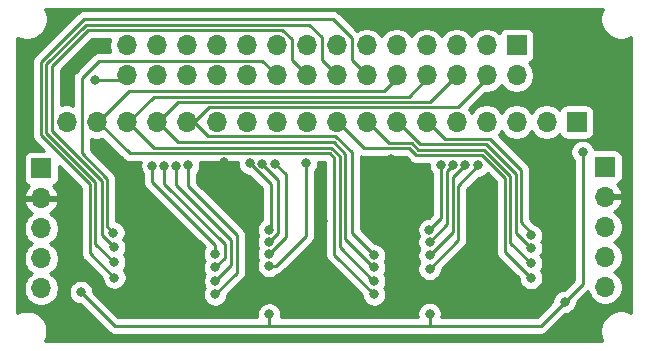
<source format=gbr>
%TF.GenerationSoftware,KiCad,Pcbnew,(5.1.9)-1*%
%TF.CreationDate,2021-11-30T02:18:12+09:00*%
%TF.ProjectId,joystick-input,6a6f7973-7469-4636-9b2d-696e7075742e,rev?*%
%TF.SameCoordinates,Original*%
%TF.FileFunction,Copper,L2,Bot*%
%TF.FilePolarity,Positive*%
%FSLAX46Y46*%
G04 Gerber Fmt 4.6, Leading zero omitted, Abs format (unit mm)*
G04 Created by KiCad (PCBNEW (5.1.9)-1) date 2021-11-30 02:18:12*
%MOMM*%
%LPD*%
G01*
G04 APERTURE LIST*
%TA.AperFunction,ComponentPad*%
%ADD10O,1.700000X1.700000*%
%TD*%
%TA.AperFunction,ComponentPad*%
%ADD11R,1.700000X1.700000*%
%TD*%
%TA.AperFunction,ViaPad*%
%ADD12C,0.800000*%
%TD*%
%TA.AperFunction,Conductor*%
%ADD13C,0.250000*%
%TD*%
%TA.AperFunction,Conductor*%
%ADD14C,0.254000*%
%TD*%
%TA.AperFunction,Conductor*%
%ADD15C,0.100000*%
%TD*%
G04 APERTURE END LIST*
D10*
%TO.P,OUT1,5*%
%TO.N,/D_OUT*%
X162306000Y-91948000D03*
%TO.P,OUT1,4*%
%TO.N,/CLK*%
X162306000Y-89408000D03*
%TO.P,OUT1,3*%
%TO.N,/LOAD*%
X162306000Y-86868000D03*
%TO.P,OUT1,2*%
%TO.N,GND*%
X162306000Y-84328000D03*
D11*
%TO.P,OUT1,1*%
%TO.N,VCC*%
X162306000Y-81788000D03*
%TD*%
D10*
%TO.P,IN1,5*%
%TO.N,/D_IN*%
X114554000Y-92075000D03*
%TO.P,IN1,4*%
%TO.N,/CLK*%
X114554000Y-89535000D03*
%TO.P,IN1,3*%
%TO.N,/LOAD*%
X114554000Y-86995000D03*
%TO.P,IN1,2*%
%TO.N,GND*%
X114554000Y-84455000D03*
D11*
%TO.P,IN1,1*%
%TO.N,VCC*%
X114554000Y-81915000D03*
%TD*%
D10*
%TO.P,J1,18*%
%TO.N,/C_SHORT*%
X116713000Y-77978000D03*
%TO.P,J1,17*%
%TO.N,/C_P2_RIGHT*%
X119253000Y-77978000D03*
%TO.P,J1,16*%
%TO.N,/C_P2_LEFT*%
X121793000Y-77978000D03*
%TO.P,J1,15*%
%TO.N,/C_P2_DOWN*%
X124333000Y-77978000D03*
%TO.P,J1,14*%
%TO.N,/C_P2_UP*%
X126873000Y-77978000D03*
%TO.P,J1,13*%
%TO.N,/C_P1_R*%
X129413000Y-77978000D03*
%TO.P,J1,12*%
%TO.N,/C_P1_L*%
X131953000Y-77978000D03*
%TO.P,J1,11*%
%TO.N,/C_P1_Y*%
X134493000Y-77978000D03*
%TO.P,J1,10*%
%TO.N,/C_P1_X*%
X137033000Y-77978000D03*
%TO.P,J1,9*%
%TO.N,/C_P1_B*%
X139573000Y-77978000D03*
%TO.P,J1,8*%
%TO.N,/C_P1_A*%
X142113000Y-77978000D03*
%TO.P,J1,7*%
%TO.N,/C_P1_SELECT*%
X144653000Y-77978000D03*
%TO.P,J1,6*%
%TO.N,/C_P1_START*%
X147193000Y-77978000D03*
%TO.P,J1,5*%
%TO.N,/C_P1_RIGHT*%
X149733000Y-77978000D03*
%TO.P,J1,4*%
%TO.N,/C_P1_LEFT*%
X152273000Y-77978000D03*
%TO.P,J1,3*%
%TO.N,/C_P1_DOWN*%
X154813000Y-77978000D03*
%TO.P,J1,2*%
%TO.N,/C_P1_UP*%
X157353000Y-77978000D03*
D11*
%TO.P,J1,1*%
%TO.N,/C_SHORT*%
X159893000Y-77978000D03*
%TD*%
D10*
%TO.P,J2,28*%
%TO.N,/C_SHORT*%
X121793000Y-74041000D03*
%TO.P,J2,27*%
X121793000Y-71501000D03*
%TO.P,J2,26*%
%TO.N,/C_P2_R*%
X124333000Y-74041000D03*
%TO.P,J2,25*%
%TO.N,/C_P1_R*%
X124333000Y-71501000D03*
%TO.P,J2,24*%
%TO.N,/C_P2_L*%
X126873000Y-74041000D03*
%TO.P,J2,23*%
%TO.N,/C_P1_L*%
X126873000Y-71501000D03*
%TO.P,J2,22*%
%TO.N,/C_P2_Y*%
X129413000Y-74041000D03*
%TO.P,J2,21*%
%TO.N,/C_P1_Y*%
X129413000Y-71501000D03*
%TO.P,J2,20*%
%TO.N,/C_P2_X*%
X131953000Y-74041000D03*
%TO.P,J2,19*%
%TO.N,/C_P1_X*%
X131953000Y-71501000D03*
%TO.P,J2,18*%
%TO.N,/C_P2_B*%
X134493000Y-74041000D03*
%TO.P,J2,17*%
%TO.N,/C_P1_B*%
X134493000Y-71501000D03*
%TO.P,J2,16*%
%TO.N,/C_P2_A*%
X137033000Y-74041000D03*
%TO.P,J2,15*%
%TO.N,/C_P1_A*%
X137033000Y-71501000D03*
%TO.P,J2,14*%
%TO.N,/C_P2_SELECT*%
X139573000Y-74041000D03*
%TO.P,J2,13*%
%TO.N,/C_P1_SELECT*%
X139573000Y-71501000D03*
%TO.P,J2,12*%
%TO.N,/C_P2_START*%
X142113000Y-74041000D03*
%TO.P,J2,11*%
%TO.N,/C_P1_START*%
X142113000Y-71501000D03*
%TO.P,J2,10*%
%TO.N,/C_P2_RIGHT*%
X144653000Y-74041000D03*
%TO.P,J2,9*%
%TO.N,/C_P1_RIGHT*%
X144653000Y-71501000D03*
%TO.P,J2,8*%
%TO.N,/C_P2_LEFT*%
X147193000Y-74041000D03*
%TO.P,J2,7*%
%TO.N,/C_P1_LEFT*%
X147193000Y-71501000D03*
%TO.P,J2,6*%
%TO.N,/C_P2_DOWN*%
X149733000Y-74041000D03*
%TO.P,J2,5*%
%TO.N,/C_P1_DOWN*%
X149733000Y-71501000D03*
%TO.P,J2,4*%
%TO.N,/C_P2_UP*%
X152273000Y-74041000D03*
%TO.P,J2,3*%
%TO.N,/C_P1_UP*%
X152273000Y-71501000D03*
%TO.P,J2,2*%
%TO.N,/C_SHORT*%
X154813000Y-74041000D03*
D11*
%TO.P,J2,1*%
X154813000Y-71501000D03*
%TD*%
D12*
%TO.N,/PULL*%
X117919512Y-92392500D03*
X158877003Y-93218003D03*
X160401000Y-80518004D03*
X133858000Y-94270990D03*
X147447000Y-94234000D03*
%TO.N,GND*%
X146558000Y-84264500D03*
X151701500Y-91376500D03*
X138239500Y-90868500D03*
X124777500Y-90868500D03*
X132588000Y-84328000D03*
X124714000Y-86360000D03*
X138430000Y-86360000D03*
X151892000Y-86360000D03*
X118364000Y-72136000D03*
X156972000Y-92964000D03*
X159131000Y-81661000D03*
X156337000Y-81026000D03*
X144145000Y-81153000D03*
X130048000Y-81407000D03*
%TO.N,/C_P1_START*%
X156046794Y-87584475D03*
%TO.N,/C_P1_SELECT*%
X156013480Y-88645980D03*
%TO.N,/C_P1_A*%
X156019504Y-89915996D03*
%TO.N,/C_P1_B*%
X156019500Y-91186000D03*
%TO.N,/C_P1_UP*%
X151576711Y-81661016D03*
X147446996Y-90424000D03*
%TO.N,/C_P1_DOWN*%
X150459696Y-81625696D03*
X147446998Y-89281000D03*
%TO.N,/C_P1_LEFT*%
X149451486Y-81608586D03*
X147447000Y-88138000D03*
%TO.N,/C_P1_RIGHT*%
X148417392Y-81619219D03*
X147438850Y-87104530D03*
%TO.N,/C_P1_X*%
X133858000Y-90170000D03*
X136969500Y-81470500D03*
%TO.N,/C_P1_Y*%
X133862660Y-89149340D03*
X134366000Y-81533980D03*
%TO.N,/C_P1_L*%
X133862660Y-88124020D03*
X133264569Y-81502767D03*
%TO.N,/C_P1_R*%
X133862660Y-87098701D03*
X132224066Y-81487583D03*
%TO.N,/C_P2_START*%
X120751600Y-91160600D03*
%TO.N,/C_P2_SELECT*%
X120713500Y-89852500D03*
%TO.N,/C_P2_A*%
X120713500Y-88582500D03*
%TO.N,/C_P2_B*%
X120675400Y-87350600D03*
%TO.N,/C_P2_UP*%
X142748000Y-89281012D03*
%TO.N,/C_P2_DOWN*%
X142748000Y-90297010D03*
%TO.N,/C_P2_LEFT*%
X142748000Y-91440000D03*
%TO.N,/C_P2_RIGHT*%
X142748004Y-92583000D03*
%TO.N,/C_P2_X*%
X129286000Y-89153988D03*
X123973210Y-81685296D03*
%TO.N,/C_P2_Y*%
X129286000Y-90296990D03*
X124973174Y-81675493D03*
%TO.N,/C_P2_L*%
X129303820Y-91439990D03*
X125979340Y-81665660D03*
%TO.N,/C_P2_R*%
X129285994Y-92583000D03*
X127000000Y-81661000D03*
%TO.N,/C_SHORT*%
X119126000Y-74422000D03*
%TD*%
D13*
%TO.N,/PULL*%
X158115006Y-93980000D02*
X158877003Y-93218003D01*
X156845006Y-95250000D02*
X158115006Y-93980000D01*
X149352000Y-95250000D02*
X156845006Y-95250000D01*
X141224000Y-95250000D02*
X149352000Y-95250000D01*
X120777012Y-95250000D02*
X141224000Y-95250000D01*
X117919512Y-92392500D02*
X120777012Y-95250000D01*
X160401000Y-91694006D02*
X160401000Y-80518004D01*
X158877003Y-93218003D02*
X160401000Y-91694006D01*
X133858000Y-95250000D02*
X133858000Y-94270990D01*
X132334000Y-95250000D02*
X133858000Y-95250000D01*
X147447000Y-95250000D02*
X147447000Y-94234000D01*
X149352000Y-95250000D02*
X147447000Y-95250000D01*
%TO.N,/C_P1_START*%
X156046794Y-87339794D02*
X156046794Y-87584475D01*
X155194000Y-86487000D02*
X156046794Y-87339794D01*
X155194000Y-82042000D02*
X155194000Y-86487000D01*
X152573967Y-79421967D02*
X155194000Y-82042000D01*
X148763967Y-79421967D02*
X152573967Y-79421967D01*
X147320000Y-77978000D02*
X148763967Y-79421967D01*
%TO.N,/C_P1_SELECT*%
X144780000Y-77978000D02*
X146673978Y-79871978D01*
X154743989Y-87376489D02*
X156013480Y-88645980D01*
X146673978Y-79871978D02*
X152260515Y-79871978D01*
X152260515Y-79871978D02*
X154743989Y-82355452D01*
X154743989Y-82355452D02*
X154743989Y-87376489D01*
%TO.N,/C_P1_A*%
X154293978Y-82541852D02*
X154293978Y-88190470D01*
X154293978Y-88190470D02*
X156019504Y-89915996D01*
X144012489Y-79750489D02*
X145916078Y-79750489D01*
X146487578Y-80321989D02*
X152074115Y-80321989D01*
X152074115Y-80321989D02*
X154293978Y-82541852D01*
X145916078Y-79750489D02*
X146487578Y-80321989D01*
X142240000Y-77978000D02*
X144012489Y-79750489D01*
%TO.N,/C_P1_B*%
X153843967Y-82728252D02*
X153843967Y-89010467D01*
X139700000Y-77978000D02*
X141922500Y-80200500D01*
X153843967Y-89010467D02*
X156019500Y-91186000D01*
X141922500Y-80200500D02*
X145729678Y-80200500D01*
X151924713Y-80808998D02*
X153843967Y-82728252D01*
X146338176Y-80808998D02*
X151924713Y-80808998D01*
X145729678Y-80200500D02*
X146338176Y-80808998D01*
%TO.N,/C_P1_UP*%
X149860000Y-83377727D02*
X149860000Y-88010996D01*
X151576711Y-81661016D02*
X149860000Y-83377727D01*
X149860000Y-88010996D02*
X147446996Y-90424000D01*
%TO.N,/C_P1_DOWN*%
X150459696Y-81625696D02*
X149409989Y-82675403D01*
X149409989Y-82675403D02*
X149409989Y-87318009D01*
X149409989Y-87318009D02*
X147446998Y-89281000D01*
%TO.N,/C_P1_LEFT*%
X148959978Y-82100094D02*
X148959978Y-86625022D01*
X148959978Y-86625022D02*
X147447000Y-88138000D01*
X149451486Y-81608586D02*
X148959978Y-82100094D01*
%TO.N,/C_P1_RIGHT*%
X148417392Y-86125988D02*
X147438850Y-87104530D01*
X148417392Y-81619219D02*
X148417392Y-86125988D01*
%TO.N,/C_P1_X*%
X134423685Y-90170000D02*
X133858000Y-90170000D01*
X136969500Y-87624185D02*
X134423685Y-90170000D01*
X136969500Y-81470500D02*
X136969500Y-87624185D01*
%TO.N,/C_P1_Y*%
X135255000Y-82422980D02*
X134366000Y-81533980D01*
X133862660Y-89149340D02*
X135255000Y-87757000D01*
X135255000Y-87757000D02*
X135255000Y-82422980D01*
%TO.N,/C_P1_L*%
X134620000Y-82858198D02*
X133264569Y-81502767D01*
X133862660Y-88124020D02*
X134620000Y-87366680D01*
X134620000Y-87366680D02*
X134620000Y-82858198D01*
%TO.N,/C_P1_R*%
X133985000Y-86976361D02*
X133985000Y-83248517D01*
X133862660Y-87098701D02*
X133985000Y-86976361D01*
X133985000Y-83248517D02*
X132224066Y-81487583D01*
%TO.N,/C_P2_START*%
X118681500Y-83248500D02*
X118681500Y-89090500D01*
X118681500Y-89090500D02*
X120751600Y-91160600D01*
X114554000Y-79121000D02*
X118681500Y-83248500D01*
X114554000Y-72898000D02*
X114554000Y-79121000D01*
X139279500Y-69278500D02*
X118173500Y-69278500D01*
X140843000Y-70842000D02*
X139279500Y-69278500D01*
X118173500Y-69278500D02*
X114554000Y-72898000D01*
X140843000Y-72771000D02*
X140843000Y-70842000D01*
X142113000Y-74041000D02*
X140843000Y-72771000D01*
%TO.N,/C_P2_SELECT*%
X119131511Y-83062100D02*
X119131511Y-88270511D01*
X138303000Y-70821999D02*
X137209512Y-69728511D01*
X119131511Y-88270511D02*
X120713500Y-89852500D01*
X138303000Y-72771000D02*
X138303000Y-70821999D01*
X118359899Y-69728511D02*
X115004011Y-73084399D01*
X137209512Y-69728511D02*
X118359899Y-69728511D01*
X139573000Y-74041000D02*
X138303000Y-72771000D01*
X115004011Y-73084399D02*
X115004011Y-78934600D01*
X115004011Y-78934600D02*
X119131511Y-83062100D01*
%TO.N,/C_P2_A*%
X135763000Y-70948999D02*
X134992523Y-70178522D01*
X119691989Y-87560989D02*
X120713500Y-88582500D01*
X115454022Y-78748200D02*
X119691989Y-82986167D01*
X115454022Y-73270798D02*
X115454022Y-78748200D01*
X119691989Y-82986167D02*
X119691989Y-87560989D01*
X118546298Y-70178522D02*
X115454022Y-73270798D01*
X134992523Y-70178522D02*
X118546298Y-70178522D01*
X135763000Y-72771000D02*
X135763000Y-70948999D01*
X137033000Y-74041000D02*
X135763000Y-72771000D01*
%TO.N,/C_P2_B*%
X120142000Y-82784141D02*
X120142000Y-86817200D01*
X117999533Y-80641674D02*
X120142000Y-82784141D01*
X120142000Y-86817200D02*
X120675400Y-87350600D01*
X134493000Y-74041000D02*
X133286500Y-72834500D01*
X133286500Y-72834500D02*
X119443500Y-72834500D01*
X119443500Y-72834500D02*
X117999533Y-74278467D01*
X117999533Y-74278467D02*
X117999533Y-80641674D01*
%TO.N,/C_P2_UP*%
X140843000Y-87376012D02*
X142748000Y-89281012D01*
X140843000Y-80518000D02*
X140843000Y-87376012D01*
X139478001Y-79153001D02*
X140843000Y-80518000D01*
X128674244Y-79153001D02*
X139478001Y-79153001D01*
X127499243Y-77978000D02*
X128674244Y-79153001D01*
X128752710Y-76724533D02*
X127499243Y-77978000D01*
X149843467Y-76724533D02*
X128752710Y-76724533D01*
X152273000Y-74295000D02*
X149843467Y-76724533D01*
%TO.N,/C_P2_DOWN*%
X149733000Y-74041000D02*
X147499478Y-76274522D01*
X147499478Y-76274522D02*
X126163478Y-76274522D01*
X142691006Y-90297010D02*
X142748000Y-90297010D01*
X124460000Y-77978000D02*
X126174500Y-79692500D01*
X140281599Y-80658781D02*
X140281599Y-87887603D01*
X126174500Y-79692500D02*
X139315318Y-79692500D01*
X126163478Y-76274522D02*
X124460000Y-77978000D01*
X139315318Y-79692500D02*
X140281599Y-80658781D01*
X140281599Y-87887603D02*
X142691006Y-90297010D01*
%TO.N,/C_P2_LEFT*%
X142748000Y-91440000D02*
X142657990Y-91349990D01*
X124073489Y-75824511D02*
X121920000Y-77978000D01*
X121920000Y-77978000D02*
X124084511Y-80142511D01*
X147193000Y-74295000D02*
X145663489Y-75824511D01*
X124084511Y-80142511D02*
X139128917Y-80142511D01*
X142690996Y-91440000D02*
X142748000Y-91440000D01*
X139831588Y-88580592D02*
X142690996Y-91440000D01*
X139831588Y-80845182D02*
X139831588Y-88580592D01*
X139128917Y-80142511D02*
X139831588Y-80845182D01*
X145663489Y-75824511D02*
X124073489Y-75824511D01*
%TO.N,/C_P2_RIGHT*%
X144653000Y-74295000D02*
X143573500Y-75374500D01*
X143573500Y-75374500D02*
X121983500Y-75374500D01*
X119380000Y-77978000D02*
X122047000Y-80645000D01*
X121983500Y-75374500D02*
X119380000Y-77978000D01*
X122047000Y-80645000D02*
X138994994Y-80645000D01*
X138994994Y-80645000D02*
X139381577Y-81031583D01*
X139381577Y-81031583D02*
X139381577Y-89216573D01*
X139381577Y-89216573D02*
X142748004Y-92583000D01*
%TO.N,/C_P2_X*%
X123973210Y-83079210D02*
X123973210Y-81685296D01*
X129286000Y-88392000D02*
X123973210Y-83079210D01*
X129286000Y-89153988D02*
X129286000Y-88392000D01*
%TO.N,/C_P2_Y*%
X124973174Y-83190174D02*
X124973174Y-81675493D01*
X130085387Y-88302387D02*
X124973174Y-83190174D01*
X130085387Y-89497603D02*
X130085387Y-88302387D01*
X129286000Y-90296990D02*
X130085387Y-89497603D01*
%TO.N,/C_P2_L*%
X125984000Y-81670320D02*
X125979340Y-81665660D01*
X125984000Y-83312000D02*
X125984000Y-81670320D01*
X130667762Y-87995762D02*
X125984000Y-83312000D01*
X130667762Y-90076048D02*
X130667762Y-87995762D01*
X129303820Y-91439990D02*
X130667762Y-90076048D01*
%TO.N,/C_P2_R*%
X127000000Y-83439000D02*
X127000000Y-81661000D01*
X131117773Y-87556773D02*
X127000000Y-83439000D01*
X131117773Y-90751221D02*
X131117773Y-87556773D01*
X129285994Y-92583000D02*
X131117773Y-90751221D01*
%TO.N,/C_SHORT*%
X121793000Y-71755000D02*
X121158000Y-71120000D01*
X121412000Y-74422000D02*
X121793000Y-74041000D01*
X119126000Y-74422000D02*
X121412000Y-74422000D01*
%TD*%
D14*
%TO.N,GND*%
X162099665Y-68455441D02*
X161968682Y-68771663D01*
X161901907Y-69107362D01*
X161901907Y-69449638D01*
X161968682Y-69785337D01*
X162099665Y-70101559D01*
X162289824Y-70386151D01*
X162531849Y-70628176D01*
X162816441Y-70818335D01*
X163132663Y-70949318D01*
X163468362Y-71016093D01*
X163810638Y-71016093D01*
X164146337Y-70949318D01*
X164462559Y-70818335D01*
X164478500Y-70807683D01*
X164478501Y-94127892D01*
X164477299Y-94127089D01*
X164155414Y-93993760D01*
X163813703Y-93925789D01*
X163465297Y-93925789D01*
X163123586Y-93993760D01*
X162801701Y-94127089D01*
X162512012Y-94320652D01*
X162265652Y-94567012D01*
X162072089Y-94856701D01*
X161938760Y-95178586D01*
X161870789Y-95520297D01*
X161870789Y-95868703D01*
X161938760Y-96210414D01*
X162072089Y-96532299D01*
X162072891Y-96533500D01*
X114876684Y-96533500D01*
X114887335Y-96517559D01*
X115018318Y-96201337D01*
X115085093Y-95865638D01*
X115085093Y-95523362D01*
X115018318Y-95187663D01*
X114887335Y-94871441D01*
X114697176Y-94586849D01*
X114455151Y-94344824D01*
X114170559Y-94154665D01*
X113854337Y-94023682D01*
X113518638Y-93956907D01*
X113176362Y-93956907D01*
X112840663Y-94023682D01*
X112524441Y-94154665D01*
X112508500Y-94165316D01*
X112508500Y-86848740D01*
X113069000Y-86848740D01*
X113069000Y-87141260D01*
X113126068Y-87428158D01*
X113238010Y-87698411D01*
X113400525Y-87941632D01*
X113607368Y-88148475D01*
X113781760Y-88265000D01*
X113607368Y-88381525D01*
X113400525Y-88588368D01*
X113238010Y-88831589D01*
X113126068Y-89101842D01*
X113069000Y-89388740D01*
X113069000Y-89681260D01*
X113126068Y-89968158D01*
X113238010Y-90238411D01*
X113400525Y-90481632D01*
X113607368Y-90688475D01*
X113781760Y-90805000D01*
X113607368Y-90921525D01*
X113400525Y-91128368D01*
X113238010Y-91371589D01*
X113126068Y-91641842D01*
X113069000Y-91928740D01*
X113069000Y-92221260D01*
X113126068Y-92508158D01*
X113238010Y-92778411D01*
X113400525Y-93021632D01*
X113607368Y-93228475D01*
X113850589Y-93390990D01*
X114120842Y-93502932D01*
X114407740Y-93560000D01*
X114700260Y-93560000D01*
X114987158Y-93502932D01*
X115257411Y-93390990D01*
X115500632Y-93228475D01*
X115707475Y-93021632D01*
X115869990Y-92778411D01*
X115981932Y-92508158D01*
X116025215Y-92290561D01*
X116884512Y-92290561D01*
X116884512Y-92494439D01*
X116924286Y-92694398D01*
X117002307Y-92882756D01*
X117115575Y-93052274D01*
X117259738Y-93196437D01*
X117429256Y-93309705D01*
X117617614Y-93387726D01*
X117817573Y-93427500D01*
X117879711Y-93427500D01*
X120213213Y-95761003D01*
X120237011Y-95790001D01*
X120352736Y-95884974D01*
X120484765Y-95955546D01*
X120628026Y-95999003D01*
X120739679Y-96010000D01*
X120739688Y-96010000D01*
X120777011Y-96013676D01*
X120814334Y-96010000D01*
X133820667Y-96010000D01*
X133858000Y-96013677D01*
X133895333Y-96010000D01*
X147409667Y-96010000D01*
X147447000Y-96013677D01*
X147484333Y-96010000D01*
X156807684Y-96010000D01*
X156845006Y-96013676D01*
X156882328Y-96010000D01*
X156882339Y-96010000D01*
X156993992Y-95999003D01*
X157137253Y-95955546D01*
X157269282Y-95884974D01*
X157385007Y-95790001D01*
X157408810Y-95760997D01*
X158678805Y-94491003D01*
X158678809Y-94490998D01*
X158916805Y-94253003D01*
X158978942Y-94253003D01*
X159178901Y-94213229D01*
X159367259Y-94135208D01*
X159536777Y-94021940D01*
X159680940Y-93877777D01*
X159794208Y-93708259D01*
X159872229Y-93519901D01*
X159912003Y-93319942D01*
X159912003Y-93257804D01*
X160863232Y-92306575D01*
X160878068Y-92381158D01*
X160990010Y-92651411D01*
X161152525Y-92894632D01*
X161359368Y-93101475D01*
X161602589Y-93263990D01*
X161872842Y-93375932D01*
X162159740Y-93433000D01*
X162452260Y-93433000D01*
X162739158Y-93375932D01*
X163009411Y-93263990D01*
X163252632Y-93101475D01*
X163459475Y-92894632D01*
X163621990Y-92651411D01*
X163733932Y-92381158D01*
X163791000Y-92094260D01*
X163791000Y-91801740D01*
X163733932Y-91514842D01*
X163621990Y-91244589D01*
X163459475Y-91001368D01*
X163252632Y-90794525D01*
X163078240Y-90678000D01*
X163252632Y-90561475D01*
X163459475Y-90354632D01*
X163621990Y-90111411D01*
X163733932Y-89841158D01*
X163791000Y-89554260D01*
X163791000Y-89261740D01*
X163733932Y-88974842D01*
X163621990Y-88704589D01*
X163459475Y-88461368D01*
X163252632Y-88254525D01*
X163078240Y-88138000D01*
X163252632Y-88021475D01*
X163459475Y-87814632D01*
X163621990Y-87571411D01*
X163733932Y-87301158D01*
X163791000Y-87014260D01*
X163791000Y-86721740D01*
X163733932Y-86434842D01*
X163621990Y-86164589D01*
X163459475Y-85921368D01*
X163252632Y-85714525D01*
X163070466Y-85592805D01*
X163187355Y-85523178D01*
X163403588Y-85328269D01*
X163577641Y-85094920D01*
X163702825Y-84832099D01*
X163747476Y-84684890D01*
X163626155Y-84455000D01*
X162433000Y-84455000D01*
X162433000Y-84475000D01*
X162179000Y-84475000D01*
X162179000Y-84455000D01*
X162159000Y-84455000D01*
X162159000Y-84201000D01*
X162179000Y-84201000D01*
X162179000Y-84181000D01*
X162433000Y-84181000D01*
X162433000Y-84201000D01*
X163626155Y-84201000D01*
X163747476Y-83971110D01*
X163702825Y-83823901D01*
X163577641Y-83561080D01*
X163403588Y-83327731D01*
X163319534Y-83251966D01*
X163400180Y-83227502D01*
X163510494Y-83168537D01*
X163607185Y-83089185D01*
X163686537Y-82992494D01*
X163745502Y-82882180D01*
X163781812Y-82762482D01*
X163794072Y-82638000D01*
X163794072Y-80938000D01*
X163781812Y-80813518D01*
X163745502Y-80693820D01*
X163686537Y-80583506D01*
X163607185Y-80486815D01*
X163510494Y-80407463D01*
X163400180Y-80348498D01*
X163280482Y-80312188D01*
X163156000Y-80299928D01*
X161456000Y-80299928D01*
X161413727Y-80304091D01*
X161396226Y-80216106D01*
X161318205Y-80027748D01*
X161204937Y-79858230D01*
X161060774Y-79714067D01*
X160891256Y-79600799D01*
X160702898Y-79522778D01*
X160502939Y-79483004D01*
X160299061Y-79483004D01*
X160099102Y-79522778D01*
X159910744Y-79600799D01*
X159741226Y-79714067D01*
X159597063Y-79858230D01*
X159483795Y-80027748D01*
X159405774Y-80216106D01*
X159366000Y-80416065D01*
X159366000Y-80619943D01*
X159405774Y-80819902D01*
X159483795Y-81008260D01*
X159597063Y-81177778D01*
X159641001Y-81221716D01*
X159641000Y-91379204D01*
X158837202Y-92183003D01*
X158775064Y-92183003D01*
X158575105Y-92222777D01*
X158386747Y-92300798D01*
X158217229Y-92414066D01*
X158073066Y-92558229D01*
X157959798Y-92727747D01*
X157881777Y-92916105D01*
X157842003Y-93116064D01*
X157842003Y-93178201D01*
X157604008Y-93416197D01*
X157604003Y-93416201D01*
X156530205Y-94490000D01*
X148451356Y-94490000D01*
X148482000Y-94335939D01*
X148482000Y-94132061D01*
X148442226Y-93932102D01*
X148364205Y-93743744D01*
X148250937Y-93574226D01*
X148106774Y-93430063D01*
X147937256Y-93316795D01*
X147748898Y-93238774D01*
X147548939Y-93199000D01*
X147345061Y-93199000D01*
X147145102Y-93238774D01*
X146956744Y-93316795D01*
X146787226Y-93430063D01*
X146643063Y-93574226D01*
X146529795Y-93743744D01*
X146451774Y-93932102D01*
X146412000Y-94132061D01*
X146412000Y-94335939D01*
X146442644Y-94490000D01*
X134869713Y-94490000D01*
X134893000Y-94372929D01*
X134893000Y-94169051D01*
X134853226Y-93969092D01*
X134775205Y-93780734D01*
X134661937Y-93611216D01*
X134517774Y-93467053D01*
X134348256Y-93353785D01*
X134159898Y-93275764D01*
X133959939Y-93235990D01*
X133756061Y-93235990D01*
X133556102Y-93275764D01*
X133367744Y-93353785D01*
X133198226Y-93467053D01*
X133054063Y-93611216D01*
X132940795Y-93780734D01*
X132862774Y-93969092D01*
X132823000Y-94169051D01*
X132823000Y-94372929D01*
X132846287Y-94490000D01*
X121091814Y-94490000D01*
X118954512Y-92352699D01*
X118954512Y-92290561D01*
X118914738Y-92090602D01*
X118836717Y-91902244D01*
X118723449Y-91732726D01*
X118579286Y-91588563D01*
X118409768Y-91475295D01*
X118221410Y-91397274D01*
X118021451Y-91357500D01*
X117817573Y-91357500D01*
X117617614Y-91397274D01*
X117429256Y-91475295D01*
X117259738Y-91588563D01*
X117115575Y-91732726D01*
X117002307Y-91902244D01*
X116924286Y-92090602D01*
X116884512Y-92290561D01*
X116025215Y-92290561D01*
X116039000Y-92221260D01*
X116039000Y-91928740D01*
X115981932Y-91641842D01*
X115869990Y-91371589D01*
X115707475Y-91128368D01*
X115500632Y-90921525D01*
X115326240Y-90805000D01*
X115500632Y-90688475D01*
X115707475Y-90481632D01*
X115869990Y-90238411D01*
X115981932Y-89968158D01*
X116039000Y-89681260D01*
X116039000Y-89388740D01*
X115981932Y-89101842D01*
X115869990Y-88831589D01*
X115707475Y-88588368D01*
X115500632Y-88381525D01*
X115326240Y-88265000D01*
X115500632Y-88148475D01*
X115707475Y-87941632D01*
X115869990Y-87698411D01*
X115981932Y-87428158D01*
X116039000Y-87141260D01*
X116039000Y-86848740D01*
X115981932Y-86561842D01*
X115869990Y-86291589D01*
X115707475Y-86048368D01*
X115500632Y-85841525D01*
X115318466Y-85719805D01*
X115435355Y-85650178D01*
X115651588Y-85455269D01*
X115825641Y-85221920D01*
X115950825Y-84959099D01*
X115995476Y-84811890D01*
X115874155Y-84582000D01*
X114681000Y-84582000D01*
X114681000Y-84602000D01*
X114427000Y-84602000D01*
X114427000Y-84582000D01*
X113233845Y-84582000D01*
X113112524Y-84811890D01*
X113157175Y-84959099D01*
X113282359Y-85221920D01*
X113456412Y-85455269D01*
X113672645Y-85650178D01*
X113789534Y-85719805D01*
X113607368Y-85841525D01*
X113400525Y-86048368D01*
X113238010Y-86291589D01*
X113126068Y-86561842D01*
X113069000Y-86848740D01*
X112508500Y-86848740D01*
X112508500Y-81065000D01*
X113065928Y-81065000D01*
X113065928Y-82765000D01*
X113078188Y-82889482D01*
X113114498Y-83009180D01*
X113173463Y-83119494D01*
X113252815Y-83216185D01*
X113349506Y-83295537D01*
X113459820Y-83354502D01*
X113540466Y-83378966D01*
X113456412Y-83454731D01*
X113282359Y-83688080D01*
X113157175Y-83950901D01*
X113112524Y-84098110D01*
X113233845Y-84328000D01*
X114427000Y-84328000D01*
X114427000Y-84308000D01*
X114681000Y-84308000D01*
X114681000Y-84328000D01*
X115874155Y-84328000D01*
X115995476Y-84098110D01*
X115950825Y-83950901D01*
X115825641Y-83688080D01*
X115651588Y-83454731D01*
X115567534Y-83378966D01*
X115648180Y-83354502D01*
X115758494Y-83295537D01*
X115855185Y-83216185D01*
X115934537Y-83119494D01*
X115993502Y-83009180D01*
X116029812Y-82889482D01*
X116042072Y-82765000D01*
X116042072Y-81683874D01*
X117921500Y-83563303D01*
X117921501Y-89053168D01*
X117917824Y-89090500D01*
X117921501Y-89127833D01*
X117932498Y-89239486D01*
X117945077Y-89280953D01*
X117975954Y-89382746D01*
X118046526Y-89514776D01*
X118098629Y-89578263D01*
X118141500Y-89630501D01*
X118170498Y-89654299D01*
X119716600Y-91200403D01*
X119716600Y-91262539D01*
X119756374Y-91462498D01*
X119834395Y-91650856D01*
X119947663Y-91820374D01*
X120091826Y-91964537D01*
X120261344Y-92077805D01*
X120449702Y-92155826D01*
X120649661Y-92195600D01*
X120853539Y-92195600D01*
X121053498Y-92155826D01*
X121241856Y-92077805D01*
X121411374Y-91964537D01*
X121555537Y-91820374D01*
X121668805Y-91650856D01*
X121746826Y-91462498D01*
X121786600Y-91262539D01*
X121786600Y-91058661D01*
X121746826Y-90858702D01*
X121668805Y-90670344D01*
X121555537Y-90500826D01*
X121537283Y-90482572D01*
X121630705Y-90342756D01*
X121708726Y-90154398D01*
X121748500Y-89954439D01*
X121748500Y-89750561D01*
X121708726Y-89550602D01*
X121630705Y-89362244D01*
X121533990Y-89217500D01*
X121630705Y-89072756D01*
X121708726Y-88884398D01*
X121748500Y-88684439D01*
X121748500Y-88480561D01*
X121708726Y-88280602D01*
X121630705Y-88092244D01*
X121527669Y-87938040D01*
X121592605Y-87840856D01*
X121670626Y-87652498D01*
X121710400Y-87452539D01*
X121710400Y-87248661D01*
X121670626Y-87048702D01*
X121592605Y-86860344D01*
X121479337Y-86690826D01*
X121335174Y-86546663D01*
X121165656Y-86433395D01*
X120977298Y-86355374D01*
X120902000Y-86340396D01*
X120902000Y-82821464D01*
X120905676Y-82784141D01*
X120902000Y-82746818D01*
X120902000Y-82746808D01*
X120891003Y-82635155D01*
X120847546Y-82491894D01*
X120817672Y-82436005D01*
X120776974Y-82359864D01*
X120705799Y-82273138D01*
X120682001Y-82244140D01*
X120653004Y-82220343D01*
X118759533Y-80326873D01*
X118759533Y-79380951D01*
X118819842Y-79405932D01*
X119106740Y-79463000D01*
X119399260Y-79463000D01*
X119686158Y-79405932D01*
X119719373Y-79392174D01*
X121483200Y-81156002D01*
X121506999Y-81185001D01*
X121535997Y-81208799D01*
X121622724Y-81279974D01*
X121754753Y-81350546D01*
X121898014Y-81394003D01*
X122047000Y-81408677D01*
X122084333Y-81405000D01*
X122973687Y-81405000D01*
X122938210Y-81583357D01*
X122938210Y-81787235D01*
X122977984Y-81987194D01*
X123056005Y-82175552D01*
X123169273Y-82345070D01*
X123213210Y-82389007D01*
X123213210Y-83041887D01*
X123209534Y-83079210D01*
X123213210Y-83116532D01*
X123213210Y-83116542D01*
X123224207Y-83228195D01*
X123267664Y-83371456D01*
X123338236Y-83503486D01*
X123362575Y-83533143D01*
X123433209Y-83619211D01*
X123462213Y-83643014D01*
X128414511Y-88595313D01*
X128368795Y-88663732D01*
X128290774Y-88852090D01*
X128251000Y-89052049D01*
X128251000Y-89255927D01*
X128290774Y-89455886D01*
X128368795Y-89644244D01*
X128423081Y-89725489D01*
X128368795Y-89806734D01*
X128290774Y-89995092D01*
X128251000Y-90195051D01*
X128251000Y-90398929D01*
X128290774Y-90598888D01*
X128368795Y-90787246D01*
X128431990Y-90881825D01*
X128386615Y-90949734D01*
X128308594Y-91138092D01*
X128268820Y-91338051D01*
X128268820Y-91541929D01*
X128308594Y-91741888D01*
X128386615Y-91930246D01*
X128431991Y-91998156D01*
X128368789Y-92092744D01*
X128290768Y-92281102D01*
X128250994Y-92481061D01*
X128250994Y-92684939D01*
X128290768Y-92884898D01*
X128368789Y-93073256D01*
X128482057Y-93242774D01*
X128626220Y-93386937D01*
X128795738Y-93500205D01*
X128984096Y-93578226D01*
X129184055Y-93618000D01*
X129387933Y-93618000D01*
X129587892Y-93578226D01*
X129776250Y-93500205D01*
X129945768Y-93386937D01*
X130089931Y-93242774D01*
X130203199Y-93073256D01*
X130281220Y-92884898D01*
X130320994Y-92684939D01*
X130320994Y-92622801D01*
X131628777Y-91315019D01*
X131657774Y-91291222D01*
X131752747Y-91175497D01*
X131823319Y-91043468D01*
X131866776Y-90900207D01*
X131877773Y-90788554D01*
X131877773Y-90788546D01*
X131881449Y-90751221D01*
X131877773Y-90713896D01*
X131877773Y-87594095D01*
X131881449Y-87556772D01*
X131877773Y-87519449D01*
X131877773Y-87519440D01*
X131866776Y-87407787D01*
X131823319Y-87264526D01*
X131752747Y-87132497D01*
X131729795Y-87104530D01*
X131681572Y-87045769D01*
X131681568Y-87045765D01*
X131657774Y-87016772D01*
X131628781Y-86992978D01*
X127760000Y-83124199D01*
X127760000Y-82364711D01*
X127803937Y-82320774D01*
X127917205Y-82151256D01*
X127995226Y-81962898D01*
X128035000Y-81762939D01*
X128035000Y-81559061D01*
X128004356Y-81405000D01*
X131189066Y-81405000D01*
X131189066Y-81589522D01*
X131228840Y-81789481D01*
X131306861Y-81977839D01*
X131420129Y-82147357D01*
X131564292Y-82291520D01*
X131733810Y-82404788D01*
X131922168Y-82482809D01*
X132122127Y-82522583D01*
X132184265Y-82522583D01*
X133225001Y-83563320D01*
X133225000Y-86279988D01*
X133202886Y-86294764D01*
X133058723Y-86438927D01*
X132945455Y-86608445D01*
X132867434Y-86796803D01*
X132827660Y-86996762D01*
X132827660Y-87200640D01*
X132867434Y-87400599D01*
X132945455Y-87588957D01*
X132960424Y-87611361D01*
X132945455Y-87633764D01*
X132867434Y-87822122D01*
X132827660Y-88022081D01*
X132827660Y-88225959D01*
X132867434Y-88425918D01*
X132945455Y-88614276D01*
X132960425Y-88636680D01*
X132945455Y-88659084D01*
X132867434Y-88847442D01*
X132827660Y-89047401D01*
X132827660Y-89251279D01*
X132867434Y-89451238D01*
X132945455Y-89639596D01*
X132956538Y-89656183D01*
X132940795Y-89679744D01*
X132862774Y-89868102D01*
X132823000Y-90068061D01*
X132823000Y-90271939D01*
X132862774Y-90471898D01*
X132940795Y-90660256D01*
X133054063Y-90829774D01*
X133198226Y-90973937D01*
X133367744Y-91087205D01*
X133556102Y-91165226D01*
X133756061Y-91205000D01*
X133959939Y-91205000D01*
X134159898Y-91165226D01*
X134348256Y-91087205D01*
X134517774Y-90973937D01*
X134572724Y-90918987D01*
X134715932Y-90875546D01*
X134847961Y-90804974D01*
X134963686Y-90710001D01*
X134987489Y-90680997D01*
X137480503Y-88187984D01*
X137509501Y-88164186D01*
X137546594Y-88118988D01*
X137604474Y-88048462D01*
X137675046Y-87916432D01*
X137680569Y-87898224D01*
X137718503Y-87773171D01*
X137729500Y-87661518D01*
X137729500Y-87661509D01*
X137733176Y-87624186D01*
X137729500Y-87586863D01*
X137729500Y-82174211D01*
X137773437Y-82130274D01*
X137886705Y-81960756D01*
X137964726Y-81772398D01*
X138004500Y-81572439D01*
X138004500Y-81405000D01*
X138621577Y-81405000D01*
X138621578Y-89179241D01*
X138617901Y-89216573D01*
X138621578Y-89253906D01*
X138632575Y-89365559D01*
X138637789Y-89382746D01*
X138676031Y-89508819D01*
X138746603Y-89640849D01*
X138805931Y-89713139D01*
X138841577Y-89756574D01*
X138870575Y-89780372D01*
X141713004Y-92622802D01*
X141713004Y-92684939D01*
X141752778Y-92884898D01*
X141830799Y-93073256D01*
X141944067Y-93242774D01*
X142088230Y-93386937D01*
X142257748Y-93500205D01*
X142446106Y-93578226D01*
X142646065Y-93618000D01*
X142849943Y-93618000D01*
X143049902Y-93578226D01*
X143238260Y-93500205D01*
X143407778Y-93386937D01*
X143551941Y-93242774D01*
X143665209Y-93073256D01*
X143743230Y-92884898D01*
X143783004Y-92684939D01*
X143783004Y-92481061D01*
X143743230Y-92281102D01*
X143665209Y-92092744D01*
X143610922Y-92011497D01*
X143665205Y-91930256D01*
X143743226Y-91741898D01*
X143783000Y-91541939D01*
X143783000Y-91338061D01*
X143743226Y-91138102D01*
X143665205Y-90949744D01*
X143610923Y-90868505D01*
X143665205Y-90787266D01*
X143743226Y-90598908D01*
X143783000Y-90398949D01*
X143783000Y-90195071D01*
X143743226Y-89995112D01*
X143665205Y-89806754D01*
X143653350Y-89789011D01*
X143665205Y-89771268D01*
X143743226Y-89582910D01*
X143783000Y-89382951D01*
X143783000Y-89179073D01*
X143743226Y-88979114D01*
X143665205Y-88790756D01*
X143551937Y-88621238D01*
X143407774Y-88477075D01*
X143238256Y-88363807D01*
X143049898Y-88285786D01*
X142849939Y-88246012D01*
X142787802Y-88246012D01*
X141603000Y-87061211D01*
X141603000Y-80891479D01*
X141630253Y-80906046D01*
X141773514Y-80949503D01*
X141885167Y-80960500D01*
X141885175Y-80960500D01*
X141922500Y-80964176D01*
X141959825Y-80960500D01*
X145414877Y-80960500D01*
X145774376Y-81320000D01*
X145798175Y-81348999D01*
X145827173Y-81372797D01*
X145913899Y-81443972D01*
X145995489Y-81487583D01*
X146045929Y-81514544D01*
X146189190Y-81558001D01*
X146300843Y-81568998D01*
X146300852Y-81568998D01*
X146338175Y-81572674D01*
X146375498Y-81568998D01*
X147382392Y-81568998D01*
X147382392Y-81721158D01*
X147422166Y-81921117D01*
X147500187Y-82109475D01*
X147613455Y-82278993D01*
X147657392Y-82322930D01*
X147657393Y-85811185D01*
X147399048Y-86069530D01*
X147336911Y-86069530D01*
X147136952Y-86109304D01*
X146948594Y-86187325D01*
X146779076Y-86300593D01*
X146634913Y-86444756D01*
X146521645Y-86614274D01*
X146443624Y-86802632D01*
X146403850Y-87002591D01*
X146403850Y-87206469D01*
X146443624Y-87406428D01*
X146521645Y-87594786D01*
X146543413Y-87627364D01*
X146529795Y-87647744D01*
X146451774Y-87836102D01*
X146412000Y-88036061D01*
X146412000Y-88239939D01*
X146451774Y-88439898D01*
X146529795Y-88628256D01*
X146584079Y-88709499D01*
X146529793Y-88790744D01*
X146451772Y-88979102D01*
X146411998Y-89179061D01*
X146411998Y-89382939D01*
X146451772Y-89582898D01*
X146529793Y-89771256D01*
X146584077Y-89852499D01*
X146529791Y-89933744D01*
X146451770Y-90122102D01*
X146411996Y-90322061D01*
X146411996Y-90525939D01*
X146451770Y-90725898D01*
X146529791Y-90914256D01*
X146643059Y-91083774D01*
X146787222Y-91227937D01*
X146956740Y-91341205D01*
X147145098Y-91419226D01*
X147345057Y-91459000D01*
X147548935Y-91459000D01*
X147748894Y-91419226D01*
X147937252Y-91341205D01*
X148106770Y-91227937D01*
X148250933Y-91083774D01*
X148364201Y-90914256D01*
X148442222Y-90725898D01*
X148481996Y-90525939D01*
X148481996Y-90463801D01*
X150371003Y-88574795D01*
X150400001Y-88550997D01*
X150436927Y-88506003D01*
X150494974Y-88435273D01*
X150565546Y-88303243D01*
X150578219Y-88261465D01*
X150609003Y-88159982D01*
X150620000Y-88048329D01*
X150620000Y-88048319D01*
X150623676Y-88010996D01*
X150620000Y-87973674D01*
X150620000Y-83692528D01*
X151616513Y-82696016D01*
X151678650Y-82696016D01*
X151878609Y-82656242D01*
X152066967Y-82578221D01*
X152236485Y-82464953D01*
X152371176Y-82330262D01*
X153083967Y-83043054D01*
X153083968Y-88973135D01*
X153080291Y-89010467D01*
X153083968Y-89047800D01*
X153094965Y-89159453D01*
X153100913Y-89179061D01*
X153138421Y-89302713D01*
X153208993Y-89434743D01*
X153269787Y-89508820D01*
X153303967Y-89550468D01*
X153332965Y-89574266D01*
X154984500Y-91225802D01*
X154984500Y-91287939D01*
X155024274Y-91487898D01*
X155102295Y-91676256D01*
X155215563Y-91845774D01*
X155359726Y-91989937D01*
X155529244Y-92103205D01*
X155717602Y-92181226D01*
X155917561Y-92221000D01*
X156121439Y-92221000D01*
X156321398Y-92181226D01*
X156509756Y-92103205D01*
X156679274Y-91989937D01*
X156823437Y-91845774D01*
X156936705Y-91676256D01*
X157014726Y-91487898D01*
X157054500Y-91287939D01*
X157054500Y-91084061D01*
X157014726Y-90884102D01*
X156936705Y-90695744D01*
X156839991Y-90551001D01*
X156936709Y-90406252D01*
X157014730Y-90217894D01*
X157054504Y-90017935D01*
X157054504Y-89814057D01*
X157014730Y-89614098D01*
X156936709Y-89425740D01*
X156836977Y-89276480D01*
X156930685Y-89136236D01*
X157008706Y-88947878D01*
X157048480Y-88747919D01*
X157048480Y-88544041D01*
X157008706Y-88344082D01*
X156930685Y-88155724D01*
X156920283Y-88140157D01*
X156963999Y-88074731D01*
X157042020Y-87886373D01*
X157081794Y-87686414D01*
X157081794Y-87482536D01*
X157042020Y-87282577D01*
X156963999Y-87094219D01*
X156850731Y-86924701D01*
X156706568Y-86780538D01*
X156537050Y-86667270D01*
X156386861Y-86605059D01*
X155954000Y-86172199D01*
X155954000Y-82079322D01*
X155957676Y-82041999D01*
X155954000Y-82004676D01*
X155954000Y-82004667D01*
X155943003Y-81893014D01*
X155899546Y-81749753D01*
X155828974Y-81617724D01*
X155734001Y-81501999D01*
X155705004Y-81478202D01*
X153288954Y-79062153D01*
X153426475Y-78924632D01*
X153543000Y-78750240D01*
X153659525Y-78924632D01*
X153866368Y-79131475D01*
X154109589Y-79293990D01*
X154379842Y-79405932D01*
X154666740Y-79463000D01*
X154959260Y-79463000D01*
X155246158Y-79405932D01*
X155516411Y-79293990D01*
X155759632Y-79131475D01*
X155966475Y-78924632D01*
X156083000Y-78750240D01*
X156199525Y-78924632D01*
X156406368Y-79131475D01*
X156649589Y-79293990D01*
X156919842Y-79405932D01*
X157206740Y-79463000D01*
X157499260Y-79463000D01*
X157786158Y-79405932D01*
X158056411Y-79293990D01*
X158299632Y-79131475D01*
X158431487Y-78999620D01*
X158453498Y-79072180D01*
X158512463Y-79182494D01*
X158591815Y-79279185D01*
X158688506Y-79358537D01*
X158798820Y-79417502D01*
X158918518Y-79453812D01*
X159043000Y-79466072D01*
X160743000Y-79466072D01*
X160867482Y-79453812D01*
X160987180Y-79417502D01*
X161097494Y-79358537D01*
X161194185Y-79279185D01*
X161273537Y-79182494D01*
X161332502Y-79072180D01*
X161368812Y-78952482D01*
X161381072Y-78828000D01*
X161381072Y-77128000D01*
X161368812Y-77003518D01*
X161332502Y-76883820D01*
X161273537Y-76773506D01*
X161194185Y-76676815D01*
X161097494Y-76597463D01*
X160987180Y-76538498D01*
X160867482Y-76502188D01*
X160743000Y-76489928D01*
X159043000Y-76489928D01*
X158918518Y-76502188D01*
X158798820Y-76538498D01*
X158688506Y-76597463D01*
X158591815Y-76676815D01*
X158512463Y-76773506D01*
X158453498Y-76883820D01*
X158431487Y-76956380D01*
X158299632Y-76824525D01*
X158056411Y-76662010D01*
X157786158Y-76550068D01*
X157499260Y-76493000D01*
X157206740Y-76493000D01*
X156919842Y-76550068D01*
X156649589Y-76662010D01*
X156406368Y-76824525D01*
X156199525Y-77031368D01*
X156083000Y-77205760D01*
X155966475Y-77031368D01*
X155759632Y-76824525D01*
X155516411Y-76662010D01*
X155246158Y-76550068D01*
X154959260Y-76493000D01*
X154666740Y-76493000D01*
X154379842Y-76550068D01*
X154109589Y-76662010D01*
X153866368Y-76824525D01*
X153659525Y-77031368D01*
X153543000Y-77205760D01*
X153426475Y-77031368D01*
X153219632Y-76824525D01*
X152976411Y-76662010D01*
X152706158Y-76550068D01*
X152419260Y-76493000D01*
X152126740Y-76493000D01*
X151839842Y-76550068D01*
X151569589Y-76662010D01*
X151326368Y-76824525D01*
X151119525Y-77031368D01*
X151003000Y-77205760D01*
X150886475Y-77031368D01*
X150748954Y-76893847D01*
X152118451Y-75524351D01*
X152126740Y-75526000D01*
X152419260Y-75526000D01*
X152706158Y-75468932D01*
X152976411Y-75356990D01*
X153219632Y-75194475D01*
X153426475Y-74987632D01*
X153543000Y-74813240D01*
X153659525Y-74987632D01*
X153866368Y-75194475D01*
X154109589Y-75356990D01*
X154379842Y-75468932D01*
X154666740Y-75526000D01*
X154959260Y-75526000D01*
X155246158Y-75468932D01*
X155516411Y-75356990D01*
X155759632Y-75194475D01*
X155966475Y-74987632D01*
X156128990Y-74744411D01*
X156240932Y-74474158D01*
X156298000Y-74187260D01*
X156298000Y-73894740D01*
X156240932Y-73607842D01*
X156128990Y-73337589D01*
X155966475Y-73094368D01*
X155834620Y-72962513D01*
X155907180Y-72940502D01*
X156017494Y-72881537D01*
X156114185Y-72802185D01*
X156193537Y-72705494D01*
X156252502Y-72595180D01*
X156288812Y-72475482D01*
X156301072Y-72351000D01*
X156301072Y-70651000D01*
X156288812Y-70526518D01*
X156252502Y-70406820D01*
X156193537Y-70296506D01*
X156114185Y-70199815D01*
X156017494Y-70120463D01*
X155907180Y-70061498D01*
X155787482Y-70025188D01*
X155663000Y-70012928D01*
X153963000Y-70012928D01*
X153838518Y-70025188D01*
X153718820Y-70061498D01*
X153608506Y-70120463D01*
X153511815Y-70199815D01*
X153432463Y-70296506D01*
X153373498Y-70406820D01*
X153351487Y-70479380D01*
X153219632Y-70347525D01*
X152976411Y-70185010D01*
X152706158Y-70073068D01*
X152419260Y-70016000D01*
X152126740Y-70016000D01*
X151839842Y-70073068D01*
X151569589Y-70185010D01*
X151326368Y-70347525D01*
X151119525Y-70554368D01*
X151003000Y-70728760D01*
X150886475Y-70554368D01*
X150679632Y-70347525D01*
X150436411Y-70185010D01*
X150166158Y-70073068D01*
X149879260Y-70016000D01*
X149586740Y-70016000D01*
X149299842Y-70073068D01*
X149029589Y-70185010D01*
X148786368Y-70347525D01*
X148579525Y-70554368D01*
X148463000Y-70728760D01*
X148346475Y-70554368D01*
X148139632Y-70347525D01*
X147896411Y-70185010D01*
X147626158Y-70073068D01*
X147339260Y-70016000D01*
X147046740Y-70016000D01*
X146759842Y-70073068D01*
X146489589Y-70185010D01*
X146246368Y-70347525D01*
X146039525Y-70554368D01*
X145923000Y-70728760D01*
X145806475Y-70554368D01*
X145599632Y-70347525D01*
X145356411Y-70185010D01*
X145086158Y-70073068D01*
X144799260Y-70016000D01*
X144506740Y-70016000D01*
X144219842Y-70073068D01*
X143949589Y-70185010D01*
X143706368Y-70347525D01*
X143499525Y-70554368D01*
X143383000Y-70728760D01*
X143266475Y-70554368D01*
X143059632Y-70347525D01*
X142816411Y-70185010D01*
X142546158Y-70073068D01*
X142259260Y-70016000D01*
X141966740Y-70016000D01*
X141679842Y-70073068D01*
X141409589Y-70185010D01*
X141320404Y-70244602D01*
X139843304Y-68767503D01*
X139819501Y-68738499D01*
X139703776Y-68643526D01*
X139571747Y-68572954D01*
X139428486Y-68529497D01*
X139316833Y-68518500D01*
X139316822Y-68518500D01*
X139279500Y-68514824D01*
X139242178Y-68518500D01*
X118210822Y-68518500D01*
X118173500Y-68514824D01*
X118136177Y-68518500D01*
X118136167Y-68518500D01*
X118024514Y-68529497D01*
X117881253Y-68572954D01*
X117749223Y-68643526D01*
X117665583Y-68712168D01*
X117633499Y-68738499D01*
X117609701Y-68767497D01*
X114043003Y-72334196D01*
X114013999Y-72357999D01*
X113958871Y-72425174D01*
X113919026Y-72473724D01*
X113882396Y-72542253D01*
X113848454Y-72605754D01*
X113804997Y-72749015D01*
X113794000Y-72860668D01*
X113794000Y-72860678D01*
X113790324Y-72898000D01*
X113794000Y-72935323D01*
X113794001Y-79083668D01*
X113790324Y-79121000D01*
X113794001Y-79158333D01*
X113804998Y-79269986D01*
X113814705Y-79301986D01*
X113848454Y-79413246D01*
X113919026Y-79545276D01*
X113977432Y-79616443D01*
X114014000Y-79661001D01*
X114042998Y-79684799D01*
X114785127Y-80426928D01*
X113704000Y-80426928D01*
X113579518Y-80439188D01*
X113459820Y-80475498D01*
X113349506Y-80534463D01*
X113252815Y-80613815D01*
X113173463Y-80710506D01*
X113114498Y-80820820D01*
X113078188Y-80940518D01*
X113065928Y-81065000D01*
X112508500Y-81065000D01*
X112508500Y-70845109D01*
X112509701Y-70845911D01*
X112831586Y-70979240D01*
X113173297Y-71047211D01*
X113521703Y-71047211D01*
X113863414Y-70979240D01*
X114185299Y-70845911D01*
X114474988Y-70652348D01*
X114721348Y-70405988D01*
X114914911Y-70116299D01*
X115048240Y-69794414D01*
X115116211Y-69452703D01*
X115116211Y-69104297D01*
X115048240Y-68762586D01*
X114914911Y-68440701D01*
X114914109Y-68439500D01*
X162110316Y-68439500D01*
X162099665Y-68455441D01*
%TA.AperFunction,Conductor*%
D15*
G36*
X162099665Y-68455441D02*
G01*
X161968682Y-68771663D01*
X161901907Y-69107362D01*
X161901907Y-69449638D01*
X161968682Y-69785337D01*
X162099665Y-70101559D01*
X162289824Y-70386151D01*
X162531849Y-70628176D01*
X162816441Y-70818335D01*
X163132663Y-70949318D01*
X163468362Y-71016093D01*
X163810638Y-71016093D01*
X164146337Y-70949318D01*
X164462559Y-70818335D01*
X164478500Y-70807683D01*
X164478501Y-94127892D01*
X164477299Y-94127089D01*
X164155414Y-93993760D01*
X163813703Y-93925789D01*
X163465297Y-93925789D01*
X163123586Y-93993760D01*
X162801701Y-94127089D01*
X162512012Y-94320652D01*
X162265652Y-94567012D01*
X162072089Y-94856701D01*
X161938760Y-95178586D01*
X161870789Y-95520297D01*
X161870789Y-95868703D01*
X161938760Y-96210414D01*
X162072089Y-96532299D01*
X162072891Y-96533500D01*
X114876684Y-96533500D01*
X114887335Y-96517559D01*
X115018318Y-96201337D01*
X115085093Y-95865638D01*
X115085093Y-95523362D01*
X115018318Y-95187663D01*
X114887335Y-94871441D01*
X114697176Y-94586849D01*
X114455151Y-94344824D01*
X114170559Y-94154665D01*
X113854337Y-94023682D01*
X113518638Y-93956907D01*
X113176362Y-93956907D01*
X112840663Y-94023682D01*
X112524441Y-94154665D01*
X112508500Y-94165316D01*
X112508500Y-86848740D01*
X113069000Y-86848740D01*
X113069000Y-87141260D01*
X113126068Y-87428158D01*
X113238010Y-87698411D01*
X113400525Y-87941632D01*
X113607368Y-88148475D01*
X113781760Y-88265000D01*
X113607368Y-88381525D01*
X113400525Y-88588368D01*
X113238010Y-88831589D01*
X113126068Y-89101842D01*
X113069000Y-89388740D01*
X113069000Y-89681260D01*
X113126068Y-89968158D01*
X113238010Y-90238411D01*
X113400525Y-90481632D01*
X113607368Y-90688475D01*
X113781760Y-90805000D01*
X113607368Y-90921525D01*
X113400525Y-91128368D01*
X113238010Y-91371589D01*
X113126068Y-91641842D01*
X113069000Y-91928740D01*
X113069000Y-92221260D01*
X113126068Y-92508158D01*
X113238010Y-92778411D01*
X113400525Y-93021632D01*
X113607368Y-93228475D01*
X113850589Y-93390990D01*
X114120842Y-93502932D01*
X114407740Y-93560000D01*
X114700260Y-93560000D01*
X114987158Y-93502932D01*
X115257411Y-93390990D01*
X115500632Y-93228475D01*
X115707475Y-93021632D01*
X115869990Y-92778411D01*
X115981932Y-92508158D01*
X116025215Y-92290561D01*
X116884512Y-92290561D01*
X116884512Y-92494439D01*
X116924286Y-92694398D01*
X117002307Y-92882756D01*
X117115575Y-93052274D01*
X117259738Y-93196437D01*
X117429256Y-93309705D01*
X117617614Y-93387726D01*
X117817573Y-93427500D01*
X117879711Y-93427500D01*
X120213213Y-95761003D01*
X120237011Y-95790001D01*
X120352736Y-95884974D01*
X120484765Y-95955546D01*
X120628026Y-95999003D01*
X120739679Y-96010000D01*
X120739688Y-96010000D01*
X120777011Y-96013676D01*
X120814334Y-96010000D01*
X133820667Y-96010000D01*
X133858000Y-96013677D01*
X133895333Y-96010000D01*
X147409667Y-96010000D01*
X147447000Y-96013677D01*
X147484333Y-96010000D01*
X156807684Y-96010000D01*
X156845006Y-96013676D01*
X156882328Y-96010000D01*
X156882339Y-96010000D01*
X156993992Y-95999003D01*
X157137253Y-95955546D01*
X157269282Y-95884974D01*
X157385007Y-95790001D01*
X157408810Y-95760997D01*
X158678805Y-94491003D01*
X158678809Y-94490998D01*
X158916805Y-94253003D01*
X158978942Y-94253003D01*
X159178901Y-94213229D01*
X159367259Y-94135208D01*
X159536777Y-94021940D01*
X159680940Y-93877777D01*
X159794208Y-93708259D01*
X159872229Y-93519901D01*
X159912003Y-93319942D01*
X159912003Y-93257804D01*
X160863232Y-92306575D01*
X160878068Y-92381158D01*
X160990010Y-92651411D01*
X161152525Y-92894632D01*
X161359368Y-93101475D01*
X161602589Y-93263990D01*
X161872842Y-93375932D01*
X162159740Y-93433000D01*
X162452260Y-93433000D01*
X162739158Y-93375932D01*
X163009411Y-93263990D01*
X163252632Y-93101475D01*
X163459475Y-92894632D01*
X163621990Y-92651411D01*
X163733932Y-92381158D01*
X163791000Y-92094260D01*
X163791000Y-91801740D01*
X163733932Y-91514842D01*
X163621990Y-91244589D01*
X163459475Y-91001368D01*
X163252632Y-90794525D01*
X163078240Y-90678000D01*
X163252632Y-90561475D01*
X163459475Y-90354632D01*
X163621990Y-90111411D01*
X163733932Y-89841158D01*
X163791000Y-89554260D01*
X163791000Y-89261740D01*
X163733932Y-88974842D01*
X163621990Y-88704589D01*
X163459475Y-88461368D01*
X163252632Y-88254525D01*
X163078240Y-88138000D01*
X163252632Y-88021475D01*
X163459475Y-87814632D01*
X163621990Y-87571411D01*
X163733932Y-87301158D01*
X163791000Y-87014260D01*
X163791000Y-86721740D01*
X163733932Y-86434842D01*
X163621990Y-86164589D01*
X163459475Y-85921368D01*
X163252632Y-85714525D01*
X163070466Y-85592805D01*
X163187355Y-85523178D01*
X163403588Y-85328269D01*
X163577641Y-85094920D01*
X163702825Y-84832099D01*
X163747476Y-84684890D01*
X163626155Y-84455000D01*
X162433000Y-84455000D01*
X162433000Y-84475000D01*
X162179000Y-84475000D01*
X162179000Y-84455000D01*
X162159000Y-84455000D01*
X162159000Y-84201000D01*
X162179000Y-84201000D01*
X162179000Y-84181000D01*
X162433000Y-84181000D01*
X162433000Y-84201000D01*
X163626155Y-84201000D01*
X163747476Y-83971110D01*
X163702825Y-83823901D01*
X163577641Y-83561080D01*
X163403588Y-83327731D01*
X163319534Y-83251966D01*
X163400180Y-83227502D01*
X163510494Y-83168537D01*
X163607185Y-83089185D01*
X163686537Y-82992494D01*
X163745502Y-82882180D01*
X163781812Y-82762482D01*
X163794072Y-82638000D01*
X163794072Y-80938000D01*
X163781812Y-80813518D01*
X163745502Y-80693820D01*
X163686537Y-80583506D01*
X163607185Y-80486815D01*
X163510494Y-80407463D01*
X163400180Y-80348498D01*
X163280482Y-80312188D01*
X163156000Y-80299928D01*
X161456000Y-80299928D01*
X161413727Y-80304091D01*
X161396226Y-80216106D01*
X161318205Y-80027748D01*
X161204937Y-79858230D01*
X161060774Y-79714067D01*
X160891256Y-79600799D01*
X160702898Y-79522778D01*
X160502939Y-79483004D01*
X160299061Y-79483004D01*
X160099102Y-79522778D01*
X159910744Y-79600799D01*
X159741226Y-79714067D01*
X159597063Y-79858230D01*
X159483795Y-80027748D01*
X159405774Y-80216106D01*
X159366000Y-80416065D01*
X159366000Y-80619943D01*
X159405774Y-80819902D01*
X159483795Y-81008260D01*
X159597063Y-81177778D01*
X159641001Y-81221716D01*
X159641000Y-91379204D01*
X158837202Y-92183003D01*
X158775064Y-92183003D01*
X158575105Y-92222777D01*
X158386747Y-92300798D01*
X158217229Y-92414066D01*
X158073066Y-92558229D01*
X157959798Y-92727747D01*
X157881777Y-92916105D01*
X157842003Y-93116064D01*
X157842003Y-93178201D01*
X157604008Y-93416197D01*
X157604003Y-93416201D01*
X156530205Y-94490000D01*
X148451356Y-94490000D01*
X148482000Y-94335939D01*
X148482000Y-94132061D01*
X148442226Y-93932102D01*
X148364205Y-93743744D01*
X148250937Y-93574226D01*
X148106774Y-93430063D01*
X147937256Y-93316795D01*
X147748898Y-93238774D01*
X147548939Y-93199000D01*
X147345061Y-93199000D01*
X147145102Y-93238774D01*
X146956744Y-93316795D01*
X146787226Y-93430063D01*
X146643063Y-93574226D01*
X146529795Y-93743744D01*
X146451774Y-93932102D01*
X146412000Y-94132061D01*
X146412000Y-94335939D01*
X146442644Y-94490000D01*
X134869713Y-94490000D01*
X134893000Y-94372929D01*
X134893000Y-94169051D01*
X134853226Y-93969092D01*
X134775205Y-93780734D01*
X134661937Y-93611216D01*
X134517774Y-93467053D01*
X134348256Y-93353785D01*
X134159898Y-93275764D01*
X133959939Y-93235990D01*
X133756061Y-93235990D01*
X133556102Y-93275764D01*
X133367744Y-93353785D01*
X133198226Y-93467053D01*
X133054063Y-93611216D01*
X132940795Y-93780734D01*
X132862774Y-93969092D01*
X132823000Y-94169051D01*
X132823000Y-94372929D01*
X132846287Y-94490000D01*
X121091814Y-94490000D01*
X118954512Y-92352699D01*
X118954512Y-92290561D01*
X118914738Y-92090602D01*
X118836717Y-91902244D01*
X118723449Y-91732726D01*
X118579286Y-91588563D01*
X118409768Y-91475295D01*
X118221410Y-91397274D01*
X118021451Y-91357500D01*
X117817573Y-91357500D01*
X117617614Y-91397274D01*
X117429256Y-91475295D01*
X117259738Y-91588563D01*
X117115575Y-91732726D01*
X117002307Y-91902244D01*
X116924286Y-92090602D01*
X116884512Y-92290561D01*
X116025215Y-92290561D01*
X116039000Y-92221260D01*
X116039000Y-91928740D01*
X115981932Y-91641842D01*
X115869990Y-91371589D01*
X115707475Y-91128368D01*
X115500632Y-90921525D01*
X115326240Y-90805000D01*
X115500632Y-90688475D01*
X115707475Y-90481632D01*
X115869990Y-90238411D01*
X115981932Y-89968158D01*
X116039000Y-89681260D01*
X116039000Y-89388740D01*
X115981932Y-89101842D01*
X115869990Y-88831589D01*
X115707475Y-88588368D01*
X115500632Y-88381525D01*
X115326240Y-88265000D01*
X115500632Y-88148475D01*
X115707475Y-87941632D01*
X115869990Y-87698411D01*
X115981932Y-87428158D01*
X116039000Y-87141260D01*
X116039000Y-86848740D01*
X115981932Y-86561842D01*
X115869990Y-86291589D01*
X115707475Y-86048368D01*
X115500632Y-85841525D01*
X115318466Y-85719805D01*
X115435355Y-85650178D01*
X115651588Y-85455269D01*
X115825641Y-85221920D01*
X115950825Y-84959099D01*
X115995476Y-84811890D01*
X115874155Y-84582000D01*
X114681000Y-84582000D01*
X114681000Y-84602000D01*
X114427000Y-84602000D01*
X114427000Y-84582000D01*
X113233845Y-84582000D01*
X113112524Y-84811890D01*
X113157175Y-84959099D01*
X113282359Y-85221920D01*
X113456412Y-85455269D01*
X113672645Y-85650178D01*
X113789534Y-85719805D01*
X113607368Y-85841525D01*
X113400525Y-86048368D01*
X113238010Y-86291589D01*
X113126068Y-86561842D01*
X113069000Y-86848740D01*
X112508500Y-86848740D01*
X112508500Y-81065000D01*
X113065928Y-81065000D01*
X113065928Y-82765000D01*
X113078188Y-82889482D01*
X113114498Y-83009180D01*
X113173463Y-83119494D01*
X113252815Y-83216185D01*
X113349506Y-83295537D01*
X113459820Y-83354502D01*
X113540466Y-83378966D01*
X113456412Y-83454731D01*
X113282359Y-83688080D01*
X113157175Y-83950901D01*
X113112524Y-84098110D01*
X113233845Y-84328000D01*
X114427000Y-84328000D01*
X114427000Y-84308000D01*
X114681000Y-84308000D01*
X114681000Y-84328000D01*
X115874155Y-84328000D01*
X115995476Y-84098110D01*
X115950825Y-83950901D01*
X115825641Y-83688080D01*
X115651588Y-83454731D01*
X115567534Y-83378966D01*
X115648180Y-83354502D01*
X115758494Y-83295537D01*
X115855185Y-83216185D01*
X115934537Y-83119494D01*
X115993502Y-83009180D01*
X116029812Y-82889482D01*
X116042072Y-82765000D01*
X116042072Y-81683874D01*
X117921500Y-83563303D01*
X117921501Y-89053168D01*
X117917824Y-89090500D01*
X117921501Y-89127833D01*
X117932498Y-89239486D01*
X117945077Y-89280953D01*
X117975954Y-89382746D01*
X118046526Y-89514776D01*
X118098629Y-89578263D01*
X118141500Y-89630501D01*
X118170498Y-89654299D01*
X119716600Y-91200403D01*
X119716600Y-91262539D01*
X119756374Y-91462498D01*
X119834395Y-91650856D01*
X119947663Y-91820374D01*
X120091826Y-91964537D01*
X120261344Y-92077805D01*
X120449702Y-92155826D01*
X120649661Y-92195600D01*
X120853539Y-92195600D01*
X121053498Y-92155826D01*
X121241856Y-92077805D01*
X121411374Y-91964537D01*
X121555537Y-91820374D01*
X121668805Y-91650856D01*
X121746826Y-91462498D01*
X121786600Y-91262539D01*
X121786600Y-91058661D01*
X121746826Y-90858702D01*
X121668805Y-90670344D01*
X121555537Y-90500826D01*
X121537283Y-90482572D01*
X121630705Y-90342756D01*
X121708726Y-90154398D01*
X121748500Y-89954439D01*
X121748500Y-89750561D01*
X121708726Y-89550602D01*
X121630705Y-89362244D01*
X121533990Y-89217500D01*
X121630705Y-89072756D01*
X121708726Y-88884398D01*
X121748500Y-88684439D01*
X121748500Y-88480561D01*
X121708726Y-88280602D01*
X121630705Y-88092244D01*
X121527669Y-87938040D01*
X121592605Y-87840856D01*
X121670626Y-87652498D01*
X121710400Y-87452539D01*
X121710400Y-87248661D01*
X121670626Y-87048702D01*
X121592605Y-86860344D01*
X121479337Y-86690826D01*
X121335174Y-86546663D01*
X121165656Y-86433395D01*
X120977298Y-86355374D01*
X120902000Y-86340396D01*
X120902000Y-82821464D01*
X120905676Y-82784141D01*
X120902000Y-82746818D01*
X120902000Y-82746808D01*
X120891003Y-82635155D01*
X120847546Y-82491894D01*
X120817672Y-82436005D01*
X120776974Y-82359864D01*
X120705799Y-82273138D01*
X120682001Y-82244140D01*
X120653004Y-82220343D01*
X118759533Y-80326873D01*
X118759533Y-79380951D01*
X118819842Y-79405932D01*
X119106740Y-79463000D01*
X119399260Y-79463000D01*
X119686158Y-79405932D01*
X119719373Y-79392174D01*
X121483200Y-81156002D01*
X121506999Y-81185001D01*
X121535997Y-81208799D01*
X121622724Y-81279974D01*
X121754753Y-81350546D01*
X121898014Y-81394003D01*
X122047000Y-81408677D01*
X122084333Y-81405000D01*
X122973687Y-81405000D01*
X122938210Y-81583357D01*
X122938210Y-81787235D01*
X122977984Y-81987194D01*
X123056005Y-82175552D01*
X123169273Y-82345070D01*
X123213210Y-82389007D01*
X123213210Y-83041887D01*
X123209534Y-83079210D01*
X123213210Y-83116532D01*
X123213210Y-83116542D01*
X123224207Y-83228195D01*
X123267664Y-83371456D01*
X123338236Y-83503486D01*
X123362575Y-83533143D01*
X123433209Y-83619211D01*
X123462213Y-83643014D01*
X128414511Y-88595313D01*
X128368795Y-88663732D01*
X128290774Y-88852090D01*
X128251000Y-89052049D01*
X128251000Y-89255927D01*
X128290774Y-89455886D01*
X128368795Y-89644244D01*
X128423081Y-89725489D01*
X128368795Y-89806734D01*
X128290774Y-89995092D01*
X128251000Y-90195051D01*
X128251000Y-90398929D01*
X128290774Y-90598888D01*
X128368795Y-90787246D01*
X128431990Y-90881825D01*
X128386615Y-90949734D01*
X128308594Y-91138092D01*
X128268820Y-91338051D01*
X128268820Y-91541929D01*
X128308594Y-91741888D01*
X128386615Y-91930246D01*
X128431991Y-91998156D01*
X128368789Y-92092744D01*
X128290768Y-92281102D01*
X128250994Y-92481061D01*
X128250994Y-92684939D01*
X128290768Y-92884898D01*
X128368789Y-93073256D01*
X128482057Y-93242774D01*
X128626220Y-93386937D01*
X128795738Y-93500205D01*
X128984096Y-93578226D01*
X129184055Y-93618000D01*
X129387933Y-93618000D01*
X129587892Y-93578226D01*
X129776250Y-93500205D01*
X129945768Y-93386937D01*
X130089931Y-93242774D01*
X130203199Y-93073256D01*
X130281220Y-92884898D01*
X130320994Y-92684939D01*
X130320994Y-92622801D01*
X131628777Y-91315019D01*
X131657774Y-91291222D01*
X131752747Y-91175497D01*
X131823319Y-91043468D01*
X131866776Y-90900207D01*
X131877773Y-90788554D01*
X131877773Y-90788546D01*
X131881449Y-90751221D01*
X131877773Y-90713896D01*
X131877773Y-87594095D01*
X131881449Y-87556772D01*
X131877773Y-87519449D01*
X131877773Y-87519440D01*
X131866776Y-87407787D01*
X131823319Y-87264526D01*
X131752747Y-87132497D01*
X131729795Y-87104530D01*
X131681572Y-87045769D01*
X131681568Y-87045765D01*
X131657774Y-87016772D01*
X131628781Y-86992978D01*
X127760000Y-83124199D01*
X127760000Y-82364711D01*
X127803937Y-82320774D01*
X127917205Y-82151256D01*
X127995226Y-81962898D01*
X128035000Y-81762939D01*
X128035000Y-81559061D01*
X128004356Y-81405000D01*
X131189066Y-81405000D01*
X131189066Y-81589522D01*
X131228840Y-81789481D01*
X131306861Y-81977839D01*
X131420129Y-82147357D01*
X131564292Y-82291520D01*
X131733810Y-82404788D01*
X131922168Y-82482809D01*
X132122127Y-82522583D01*
X132184265Y-82522583D01*
X133225001Y-83563320D01*
X133225000Y-86279988D01*
X133202886Y-86294764D01*
X133058723Y-86438927D01*
X132945455Y-86608445D01*
X132867434Y-86796803D01*
X132827660Y-86996762D01*
X132827660Y-87200640D01*
X132867434Y-87400599D01*
X132945455Y-87588957D01*
X132960424Y-87611361D01*
X132945455Y-87633764D01*
X132867434Y-87822122D01*
X132827660Y-88022081D01*
X132827660Y-88225959D01*
X132867434Y-88425918D01*
X132945455Y-88614276D01*
X132960425Y-88636680D01*
X132945455Y-88659084D01*
X132867434Y-88847442D01*
X132827660Y-89047401D01*
X132827660Y-89251279D01*
X132867434Y-89451238D01*
X132945455Y-89639596D01*
X132956538Y-89656183D01*
X132940795Y-89679744D01*
X132862774Y-89868102D01*
X132823000Y-90068061D01*
X132823000Y-90271939D01*
X132862774Y-90471898D01*
X132940795Y-90660256D01*
X133054063Y-90829774D01*
X133198226Y-90973937D01*
X133367744Y-91087205D01*
X133556102Y-91165226D01*
X133756061Y-91205000D01*
X133959939Y-91205000D01*
X134159898Y-91165226D01*
X134348256Y-91087205D01*
X134517774Y-90973937D01*
X134572724Y-90918987D01*
X134715932Y-90875546D01*
X134847961Y-90804974D01*
X134963686Y-90710001D01*
X134987489Y-90680997D01*
X137480503Y-88187984D01*
X137509501Y-88164186D01*
X137546594Y-88118988D01*
X137604474Y-88048462D01*
X137675046Y-87916432D01*
X137680569Y-87898224D01*
X137718503Y-87773171D01*
X137729500Y-87661518D01*
X137729500Y-87661509D01*
X137733176Y-87624186D01*
X137729500Y-87586863D01*
X137729500Y-82174211D01*
X137773437Y-82130274D01*
X137886705Y-81960756D01*
X137964726Y-81772398D01*
X138004500Y-81572439D01*
X138004500Y-81405000D01*
X138621577Y-81405000D01*
X138621578Y-89179241D01*
X138617901Y-89216573D01*
X138621578Y-89253906D01*
X138632575Y-89365559D01*
X138637789Y-89382746D01*
X138676031Y-89508819D01*
X138746603Y-89640849D01*
X138805931Y-89713139D01*
X138841577Y-89756574D01*
X138870575Y-89780372D01*
X141713004Y-92622802D01*
X141713004Y-92684939D01*
X141752778Y-92884898D01*
X141830799Y-93073256D01*
X141944067Y-93242774D01*
X142088230Y-93386937D01*
X142257748Y-93500205D01*
X142446106Y-93578226D01*
X142646065Y-93618000D01*
X142849943Y-93618000D01*
X143049902Y-93578226D01*
X143238260Y-93500205D01*
X143407778Y-93386937D01*
X143551941Y-93242774D01*
X143665209Y-93073256D01*
X143743230Y-92884898D01*
X143783004Y-92684939D01*
X143783004Y-92481061D01*
X143743230Y-92281102D01*
X143665209Y-92092744D01*
X143610922Y-92011497D01*
X143665205Y-91930256D01*
X143743226Y-91741898D01*
X143783000Y-91541939D01*
X143783000Y-91338061D01*
X143743226Y-91138102D01*
X143665205Y-90949744D01*
X143610923Y-90868505D01*
X143665205Y-90787266D01*
X143743226Y-90598908D01*
X143783000Y-90398949D01*
X143783000Y-90195071D01*
X143743226Y-89995112D01*
X143665205Y-89806754D01*
X143653350Y-89789011D01*
X143665205Y-89771268D01*
X143743226Y-89582910D01*
X143783000Y-89382951D01*
X143783000Y-89179073D01*
X143743226Y-88979114D01*
X143665205Y-88790756D01*
X143551937Y-88621238D01*
X143407774Y-88477075D01*
X143238256Y-88363807D01*
X143049898Y-88285786D01*
X142849939Y-88246012D01*
X142787802Y-88246012D01*
X141603000Y-87061211D01*
X141603000Y-80891479D01*
X141630253Y-80906046D01*
X141773514Y-80949503D01*
X141885167Y-80960500D01*
X141885175Y-80960500D01*
X141922500Y-80964176D01*
X141959825Y-80960500D01*
X145414877Y-80960500D01*
X145774376Y-81320000D01*
X145798175Y-81348999D01*
X145827173Y-81372797D01*
X145913899Y-81443972D01*
X145995489Y-81487583D01*
X146045929Y-81514544D01*
X146189190Y-81558001D01*
X146300843Y-81568998D01*
X146300852Y-81568998D01*
X146338175Y-81572674D01*
X146375498Y-81568998D01*
X147382392Y-81568998D01*
X147382392Y-81721158D01*
X147422166Y-81921117D01*
X147500187Y-82109475D01*
X147613455Y-82278993D01*
X147657392Y-82322930D01*
X147657393Y-85811185D01*
X147399048Y-86069530D01*
X147336911Y-86069530D01*
X147136952Y-86109304D01*
X146948594Y-86187325D01*
X146779076Y-86300593D01*
X146634913Y-86444756D01*
X146521645Y-86614274D01*
X146443624Y-86802632D01*
X146403850Y-87002591D01*
X146403850Y-87206469D01*
X146443624Y-87406428D01*
X146521645Y-87594786D01*
X146543413Y-87627364D01*
X146529795Y-87647744D01*
X146451774Y-87836102D01*
X146412000Y-88036061D01*
X146412000Y-88239939D01*
X146451774Y-88439898D01*
X146529795Y-88628256D01*
X146584079Y-88709499D01*
X146529793Y-88790744D01*
X146451772Y-88979102D01*
X146411998Y-89179061D01*
X146411998Y-89382939D01*
X146451772Y-89582898D01*
X146529793Y-89771256D01*
X146584077Y-89852499D01*
X146529791Y-89933744D01*
X146451770Y-90122102D01*
X146411996Y-90322061D01*
X146411996Y-90525939D01*
X146451770Y-90725898D01*
X146529791Y-90914256D01*
X146643059Y-91083774D01*
X146787222Y-91227937D01*
X146956740Y-91341205D01*
X147145098Y-91419226D01*
X147345057Y-91459000D01*
X147548935Y-91459000D01*
X147748894Y-91419226D01*
X147937252Y-91341205D01*
X148106770Y-91227937D01*
X148250933Y-91083774D01*
X148364201Y-90914256D01*
X148442222Y-90725898D01*
X148481996Y-90525939D01*
X148481996Y-90463801D01*
X150371003Y-88574795D01*
X150400001Y-88550997D01*
X150436927Y-88506003D01*
X150494974Y-88435273D01*
X150565546Y-88303243D01*
X150578219Y-88261465D01*
X150609003Y-88159982D01*
X150620000Y-88048329D01*
X150620000Y-88048319D01*
X150623676Y-88010996D01*
X150620000Y-87973674D01*
X150620000Y-83692528D01*
X151616513Y-82696016D01*
X151678650Y-82696016D01*
X151878609Y-82656242D01*
X152066967Y-82578221D01*
X152236485Y-82464953D01*
X152371176Y-82330262D01*
X153083967Y-83043054D01*
X153083968Y-88973135D01*
X153080291Y-89010467D01*
X153083968Y-89047800D01*
X153094965Y-89159453D01*
X153100913Y-89179061D01*
X153138421Y-89302713D01*
X153208993Y-89434743D01*
X153269787Y-89508820D01*
X153303967Y-89550468D01*
X153332965Y-89574266D01*
X154984500Y-91225802D01*
X154984500Y-91287939D01*
X155024274Y-91487898D01*
X155102295Y-91676256D01*
X155215563Y-91845774D01*
X155359726Y-91989937D01*
X155529244Y-92103205D01*
X155717602Y-92181226D01*
X155917561Y-92221000D01*
X156121439Y-92221000D01*
X156321398Y-92181226D01*
X156509756Y-92103205D01*
X156679274Y-91989937D01*
X156823437Y-91845774D01*
X156936705Y-91676256D01*
X157014726Y-91487898D01*
X157054500Y-91287939D01*
X157054500Y-91084061D01*
X157014726Y-90884102D01*
X156936705Y-90695744D01*
X156839991Y-90551001D01*
X156936709Y-90406252D01*
X157014730Y-90217894D01*
X157054504Y-90017935D01*
X157054504Y-89814057D01*
X157014730Y-89614098D01*
X156936709Y-89425740D01*
X156836977Y-89276480D01*
X156930685Y-89136236D01*
X157008706Y-88947878D01*
X157048480Y-88747919D01*
X157048480Y-88544041D01*
X157008706Y-88344082D01*
X156930685Y-88155724D01*
X156920283Y-88140157D01*
X156963999Y-88074731D01*
X157042020Y-87886373D01*
X157081794Y-87686414D01*
X157081794Y-87482536D01*
X157042020Y-87282577D01*
X156963999Y-87094219D01*
X156850731Y-86924701D01*
X156706568Y-86780538D01*
X156537050Y-86667270D01*
X156386861Y-86605059D01*
X155954000Y-86172199D01*
X155954000Y-82079322D01*
X155957676Y-82041999D01*
X155954000Y-82004676D01*
X155954000Y-82004667D01*
X155943003Y-81893014D01*
X155899546Y-81749753D01*
X155828974Y-81617724D01*
X155734001Y-81501999D01*
X155705004Y-81478202D01*
X153288954Y-79062153D01*
X153426475Y-78924632D01*
X153543000Y-78750240D01*
X153659525Y-78924632D01*
X153866368Y-79131475D01*
X154109589Y-79293990D01*
X154379842Y-79405932D01*
X154666740Y-79463000D01*
X154959260Y-79463000D01*
X155246158Y-79405932D01*
X155516411Y-79293990D01*
X155759632Y-79131475D01*
X155966475Y-78924632D01*
X156083000Y-78750240D01*
X156199525Y-78924632D01*
X156406368Y-79131475D01*
X156649589Y-79293990D01*
X156919842Y-79405932D01*
X157206740Y-79463000D01*
X157499260Y-79463000D01*
X157786158Y-79405932D01*
X158056411Y-79293990D01*
X158299632Y-79131475D01*
X158431487Y-78999620D01*
X158453498Y-79072180D01*
X158512463Y-79182494D01*
X158591815Y-79279185D01*
X158688506Y-79358537D01*
X158798820Y-79417502D01*
X158918518Y-79453812D01*
X159043000Y-79466072D01*
X160743000Y-79466072D01*
X160867482Y-79453812D01*
X160987180Y-79417502D01*
X161097494Y-79358537D01*
X161194185Y-79279185D01*
X161273537Y-79182494D01*
X161332502Y-79072180D01*
X161368812Y-78952482D01*
X161381072Y-78828000D01*
X161381072Y-77128000D01*
X161368812Y-77003518D01*
X161332502Y-76883820D01*
X161273537Y-76773506D01*
X161194185Y-76676815D01*
X161097494Y-76597463D01*
X160987180Y-76538498D01*
X160867482Y-76502188D01*
X160743000Y-76489928D01*
X159043000Y-76489928D01*
X158918518Y-76502188D01*
X158798820Y-76538498D01*
X158688506Y-76597463D01*
X158591815Y-76676815D01*
X158512463Y-76773506D01*
X158453498Y-76883820D01*
X158431487Y-76956380D01*
X158299632Y-76824525D01*
X158056411Y-76662010D01*
X157786158Y-76550068D01*
X157499260Y-76493000D01*
X157206740Y-76493000D01*
X156919842Y-76550068D01*
X156649589Y-76662010D01*
X156406368Y-76824525D01*
X156199525Y-77031368D01*
X156083000Y-77205760D01*
X155966475Y-77031368D01*
X155759632Y-76824525D01*
X155516411Y-76662010D01*
X155246158Y-76550068D01*
X154959260Y-76493000D01*
X154666740Y-76493000D01*
X154379842Y-76550068D01*
X154109589Y-76662010D01*
X153866368Y-76824525D01*
X153659525Y-77031368D01*
X153543000Y-77205760D01*
X153426475Y-77031368D01*
X153219632Y-76824525D01*
X152976411Y-76662010D01*
X152706158Y-76550068D01*
X152419260Y-76493000D01*
X152126740Y-76493000D01*
X151839842Y-76550068D01*
X151569589Y-76662010D01*
X151326368Y-76824525D01*
X151119525Y-77031368D01*
X151003000Y-77205760D01*
X150886475Y-77031368D01*
X150748954Y-76893847D01*
X152118451Y-75524351D01*
X152126740Y-75526000D01*
X152419260Y-75526000D01*
X152706158Y-75468932D01*
X152976411Y-75356990D01*
X153219632Y-75194475D01*
X153426475Y-74987632D01*
X153543000Y-74813240D01*
X153659525Y-74987632D01*
X153866368Y-75194475D01*
X154109589Y-75356990D01*
X154379842Y-75468932D01*
X154666740Y-75526000D01*
X154959260Y-75526000D01*
X155246158Y-75468932D01*
X155516411Y-75356990D01*
X155759632Y-75194475D01*
X155966475Y-74987632D01*
X156128990Y-74744411D01*
X156240932Y-74474158D01*
X156298000Y-74187260D01*
X156298000Y-73894740D01*
X156240932Y-73607842D01*
X156128990Y-73337589D01*
X155966475Y-73094368D01*
X155834620Y-72962513D01*
X155907180Y-72940502D01*
X156017494Y-72881537D01*
X156114185Y-72802185D01*
X156193537Y-72705494D01*
X156252502Y-72595180D01*
X156288812Y-72475482D01*
X156301072Y-72351000D01*
X156301072Y-70651000D01*
X156288812Y-70526518D01*
X156252502Y-70406820D01*
X156193537Y-70296506D01*
X156114185Y-70199815D01*
X156017494Y-70120463D01*
X155907180Y-70061498D01*
X155787482Y-70025188D01*
X155663000Y-70012928D01*
X153963000Y-70012928D01*
X153838518Y-70025188D01*
X153718820Y-70061498D01*
X153608506Y-70120463D01*
X153511815Y-70199815D01*
X153432463Y-70296506D01*
X153373498Y-70406820D01*
X153351487Y-70479380D01*
X153219632Y-70347525D01*
X152976411Y-70185010D01*
X152706158Y-70073068D01*
X152419260Y-70016000D01*
X152126740Y-70016000D01*
X151839842Y-70073068D01*
X151569589Y-70185010D01*
X151326368Y-70347525D01*
X151119525Y-70554368D01*
X151003000Y-70728760D01*
X150886475Y-70554368D01*
X150679632Y-70347525D01*
X150436411Y-70185010D01*
X150166158Y-70073068D01*
X149879260Y-70016000D01*
X149586740Y-70016000D01*
X149299842Y-70073068D01*
X149029589Y-70185010D01*
X148786368Y-70347525D01*
X148579525Y-70554368D01*
X148463000Y-70728760D01*
X148346475Y-70554368D01*
X148139632Y-70347525D01*
X147896411Y-70185010D01*
X147626158Y-70073068D01*
X147339260Y-70016000D01*
X147046740Y-70016000D01*
X146759842Y-70073068D01*
X146489589Y-70185010D01*
X146246368Y-70347525D01*
X146039525Y-70554368D01*
X145923000Y-70728760D01*
X145806475Y-70554368D01*
X145599632Y-70347525D01*
X145356411Y-70185010D01*
X145086158Y-70073068D01*
X144799260Y-70016000D01*
X144506740Y-70016000D01*
X144219842Y-70073068D01*
X143949589Y-70185010D01*
X143706368Y-70347525D01*
X143499525Y-70554368D01*
X143383000Y-70728760D01*
X143266475Y-70554368D01*
X143059632Y-70347525D01*
X142816411Y-70185010D01*
X142546158Y-70073068D01*
X142259260Y-70016000D01*
X141966740Y-70016000D01*
X141679842Y-70073068D01*
X141409589Y-70185010D01*
X141320404Y-70244602D01*
X139843304Y-68767503D01*
X139819501Y-68738499D01*
X139703776Y-68643526D01*
X139571747Y-68572954D01*
X139428486Y-68529497D01*
X139316833Y-68518500D01*
X139316822Y-68518500D01*
X139279500Y-68514824D01*
X139242178Y-68518500D01*
X118210822Y-68518500D01*
X118173500Y-68514824D01*
X118136177Y-68518500D01*
X118136167Y-68518500D01*
X118024514Y-68529497D01*
X117881253Y-68572954D01*
X117749223Y-68643526D01*
X117665583Y-68712168D01*
X117633499Y-68738499D01*
X117609701Y-68767497D01*
X114043003Y-72334196D01*
X114013999Y-72357999D01*
X113958871Y-72425174D01*
X113919026Y-72473724D01*
X113882396Y-72542253D01*
X113848454Y-72605754D01*
X113804997Y-72749015D01*
X113794000Y-72860668D01*
X113794000Y-72860678D01*
X113790324Y-72898000D01*
X113794000Y-72935323D01*
X113794001Y-79083668D01*
X113790324Y-79121000D01*
X113794001Y-79158333D01*
X113804998Y-79269986D01*
X113814705Y-79301986D01*
X113848454Y-79413246D01*
X113919026Y-79545276D01*
X113977432Y-79616443D01*
X114014000Y-79661001D01*
X114042998Y-79684799D01*
X114785127Y-80426928D01*
X113704000Y-80426928D01*
X113579518Y-80439188D01*
X113459820Y-80475498D01*
X113349506Y-80534463D01*
X113252815Y-80613815D01*
X113173463Y-80710506D01*
X113114498Y-80820820D01*
X113078188Y-80940518D01*
X113065928Y-81065000D01*
X112508500Y-81065000D01*
X112508500Y-70845109D01*
X112509701Y-70845911D01*
X112831586Y-70979240D01*
X113173297Y-71047211D01*
X113521703Y-71047211D01*
X113863414Y-70979240D01*
X114185299Y-70845911D01*
X114474988Y-70652348D01*
X114721348Y-70405988D01*
X114914911Y-70116299D01*
X115048240Y-69794414D01*
X115116211Y-69452703D01*
X115116211Y-69104297D01*
X115048240Y-68762586D01*
X114914911Y-68440701D01*
X114914109Y-68439500D01*
X162110316Y-68439500D01*
X162099665Y-68455441D01*
G37*
%TD.AperFunction*%
D14*
X120365068Y-71067842D02*
X120308000Y-71354740D01*
X120308000Y-71647260D01*
X120365068Y-71934158D01*
X120423199Y-72074500D01*
X119480825Y-72074500D01*
X119443500Y-72070824D01*
X119406175Y-72074500D01*
X119406167Y-72074500D01*
X119294514Y-72085497D01*
X119151253Y-72128954D01*
X119019224Y-72199526D01*
X118903499Y-72294499D01*
X118879701Y-72323497D01*
X117488536Y-73714663D01*
X117459532Y-73738466D01*
X117417285Y-73789945D01*
X117364559Y-73854191D01*
X117334195Y-73910998D01*
X117293987Y-73986221D01*
X117250530Y-74129482D01*
X117239533Y-74241135D01*
X117239533Y-74241145D01*
X117235857Y-74278467D01*
X117239533Y-74315790D01*
X117239533Y-76588745D01*
X117146158Y-76550068D01*
X116859260Y-76493000D01*
X116566740Y-76493000D01*
X116279842Y-76550068D01*
X116214022Y-76577331D01*
X116214022Y-73585599D01*
X118861100Y-70938522D01*
X120418634Y-70938522D01*
X120365068Y-71067842D01*
%TA.AperFunction,Conductor*%
D15*
G36*
X120365068Y-71067842D02*
G01*
X120308000Y-71354740D01*
X120308000Y-71647260D01*
X120365068Y-71934158D01*
X120423199Y-72074500D01*
X119480825Y-72074500D01*
X119443500Y-72070824D01*
X119406175Y-72074500D01*
X119406167Y-72074500D01*
X119294514Y-72085497D01*
X119151253Y-72128954D01*
X119019224Y-72199526D01*
X118903499Y-72294499D01*
X118879701Y-72323497D01*
X117488536Y-73714663D01*
X117459532Y-73738466D01*
X117417285Y-73789945D01*
X117364559Y-73854191D01*
X117334195Y-73910998D01*
X117293987Y-73986221D01*
X117250530Y-74129482D01*
X117239533Y-74241135D01*
X117239533Y-74241145D01*
X117235857Y-74278467D01*
X117239533Y-74315790D01*
X117239533Y-76588745D01*
X117146158Y-76550068D01*
X116859260Y-76493000D01*
X116566740Y-76493000D01*
X116279842Y-76550068D01*
X116214022Y-76577331D01*
X116214022Y-73585599D01*
X118861100Y-70938522D01*
X120418634Y-70938522D01*
X120365068Y-71067842D01*
G37*
%TD.AperFunction*%
%TD*%
M02*

</source>
